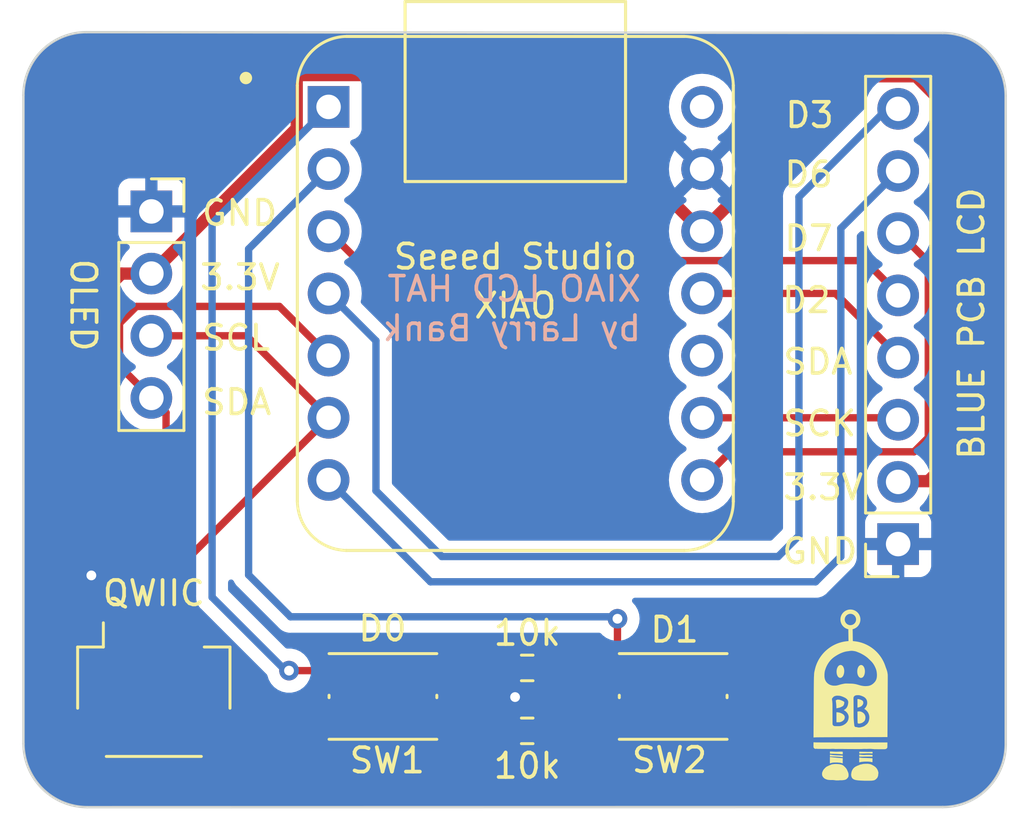
<source format=kicad_pcb>
(kicad_pcb (version 20221018) (generator pcbnew)
  (layers (0 "F.Cu" signal) (31 "B.Cu" signal) (34 "B.Paste" user) (35 "F.Paste" user) (36 "B.SilkS" user "B.Silkscreen") (37 "F.SilkS" user "F.Silkscreen") (38 "B.Mask" user) (39 "F.Mask" user) (44 "Edge.Cuts" user))
  (net 0 "")
  (net 1 "GND")
  (net 2 "+3.3V")
  (net 3 "SCL")
  (net 4 "SDA")
  (net 5 "Net-(J3-Pin_3)")
  (net 6 "Net-(J3-Pin_4)")
  (net 7 "Net-(J3-Pin_5)")
  (net 8 "Net-(J3-Pin_6)")
  (net 9 "Net-(J3-Pin_7)")
  (net 10 "Net-(J3-Pin_8)")
  (net 11 "Net-(R1-Pad1)")
  (net 12 "Net-(R2-Pad1)")
  (net 13 "BUTTON0")
  (net 14 "BUTTON1")
  (footprint "Connector_PinSocket_2.54mm:PinSocket_1x08_P2.54mm_Vertical" (layer "F.Cu") (at 151.95 101.49 180)
    (fp_text reference "J3" hide)
    (fp_text value "BLUE PCB LCD" (at -3 9.01 90) (layer "F.SilkS"))
    (pad "1" thru_hole rect (at 0 0 180) (size 1.7 1.7) (drill 1) (layers "*.Cu" "*.Mask") (net 1 "GND"))
    (pad "2" thru_hole oval (at 0 2.54 180) (size 1.7 1.7) (drill 1) (layers "*.Cu" "*.Mask") (net 2 "+3.3V"))
    (pad "3" thru_hole oval (at 0 5.08 180) (size 1.7 1.7) (drill 1) (layers "*.Cu" "*.Mask") (net 5 "Net-(J3-Pin_3)"))
    (pad "4" thru_hole oval (at 0 7.62 180) (size 1.7 1.7) (drill 1) (layers "*.Cu" "*.Mask") (net 6 "Net-(J3-Pin_4)"))
    (pad "5" thru_hole oval (at 0 10.16 180) (size 1.7 1.7) (drill 1) (layers "*.Cu" "*.Mask") (net 7 "Net-(J3-Pin_5)"))
    (pad "6" thru_hole oval (at 0 12.7 180) (size 1.7 1.7) (drill 1) (layers "*.Cu" "*.Mask") (net 8 "Net-(J3-Pin_6)"))
    (pad "7" thru_hole oval (at 0 15.24 180) (size 1.7 1.7) (drill 1) (layers "*.Cu" "*.Mask") (net 9 "Net-(J3-Pin_7)"))
    (pad "8" thru_hole oval (at 0 17.78 180) (size 1.7 1.7) (drill 1) (layers "*.Cu" "*.Mask") (net 10 "Net-(J3-Pin_8)"))
  )
  (footprint "Button_Switch_SMD:SW_Push_1P1T_NO_Vertical_Wuerth_434133025816" (layer "F.Cu") (at 142.765 107.715 180)
    (fp_text reference "SW2" (at 0.15 -2.6) (layer "F.SilkS"))
    (fp_text value "SW_Push" hide)
    (pad "1" smd rect (at -2.075 -1.075 180) (size 1.05 0.65) (layers "F.Cu" "F.Paste" "F.Mask") (net 12 "Net-(R2-Pad1)"))
    (pad "1" smd rect (at 2.075 -1.075 180) (size 1.05 0.65) (layers "F.Cu" "F.Paste" "F.Mask") (net 12 "Net-(R2-Pad1)"))
    (pad "2" smd rect (at -2.075 1.075 180) (size 1.05 0.65) (layers "F.Cu" "F.Paste" "F.Mask") (net 14 "BUTTON1"))
    (pad "2" smd rect (at 2.05 1.075 180) (size 1.05 0.65) (layers "F.Cu" "F.Paste" "F.Mask") (net 14 "BUTTON1"))
  )
  (footprint "Resistor_SMD:R_0603_1608Metric" (layer "F.Cu") (at 136.805 106.55 180)
    (fp_text reference "R2" hide)
    (fp_text value "10k" (at 0 1.43) (layer "F.SilkS"))
    (pad "1" smd roundrect (at -0.825 0 180) (size 0.8 0.95) (layers "F.Cu" "F.Paste" "F.Mask") (net 12 "Net-(R2-Pad1)"))
    (pad "2" smd roundrect (at 0.825 0 180) (size 0.8 0.95) (layers "F.Cu" "F.Paste" "F.Mask") (net 1 "GND"))
  )
  (footprint "Larry:XIAO-Generic-Thruhole-14P-2.54-21X17.8MM" (layer "F.Cu") (at 136.32 91.25)
    (fp_text reference "U1" hide)
    (fp_text value "SeeeduinoXIAO" hide)
    (fp_text user "XIAO" (at 0 0.5 unlocked) (layer "F.SilkS"))
    (fp_text user "Seeed Studio" (at 0 -1.5 unlocked) (layer "F.SilkS"))
    (pad "1" thru_hole rect (at -7.625 -7.62) (size 1.7 1.7) (drill 1) (layers "*.Cu" "*.Mask") (net 13 "BUTTON0"))
    (pad "2" thru_hole circle (at -7.625 -5.08) (size 1.7 1.7) (drill 1) (layers "*.Cu" "*.Mask") (net 14 "BUTTON1"))
    (pad "3" thru_hole circle (at -7.625 -2.54) (size 1.7 1.7) (drill 1) (layers "*.Cu" "*.Mask") (net 7 "Net-(J3-Pin_5)"))
    (pad "4" thru_hole circle (at -7.625 0) (size 1.7 1.7) (drill 1) (layers "*.Cu" "*.Mask") (net 10 "Net-(J3-Pin_8)"))
    (pad "5" thru_hole circle (at -7.625 2.54) (size 1.7 1.7) (drill 1) (layers "*.Cu" "*.Mask") (net 4 "SDA"))
    (pad "6" thru_hole circle (at -7.625 5.08 180) (size 1.7 1.7) (drill 1) (layers "*.Cu" "*.Mask") (net 3 "SCL"))
    (pad "7" thru_hole circle (at -7.625 7.62) (size 1.7 1.7) (drill 1) (layers "*.Cu" "*.Mask") (net 9 "Net-(J3-Pin_7)"))
    (pad "8" thru_hole circle (at 7.625 7.62) (size 1.7 1.7) (drill 1) (layers "*.Cu" "*.Mask") (net 8 "Net-(J3-Pin_6)"))
    (pad "9" thru_hole circle (at 7.625 5.08) (size 1.7 1.7) (drill 1) (layers "*.Cu" "*.Mask") (net 5 "Net-(J3-Pin_3)"))
    (pad "10" thru_hole circle (at 7.625 2.54) (size 1.7 1.7) (drill 1) (layers "*.Cu" "*.Mask"))
    (pad "11" thru_hole circle (at 7.625 0) (size 1.7 1.7) (drill 1) (layers "*.Cu" "*.Mask") (net 6 "Net-(J3-Pin_4)"))
    (pad "12" thru_hole circle (at 7.625 -2.54) (size 1.7 1.7) (drill 1) (layers "*.Cu" "*.Mask") (net 2 "+3.3V"))
    (pad "13" thru_hole circle (at 7.625 -5.08) (size 1.7 1.7) (drill 1) (layers "*.Cu" "*.Mask") (net 1 "GND"))
    (pad "14" thru_hole circle (at 7.625 -7.62) (size 1.7 1.7) (drill 1) (layers "*.Cu" "*.Mask"))
  )
  (footprint "LOGO" (layer "F.Cu") (at 150.01 107.66)
    (fp_text reference "G***" hide)
    (fp_text value "LOGO" hide)
  )
  (footprint "Connector_JST:JST_SH_SM04B-SRSS-TB_1x04-1MP_P1.00mm_Horizontal" (layer "F.Cu") (at 121.56 107.48)
    (fp_text reference "QWIIC" (at 0 -3.98) (layer "F.SilkS"))
    (fp_text value "QWIIC")
    (pad "1" smd roundrect (at -1.5 -2) (size 0.6 1.55) (layers "F.Cu" "F.Paste" "F.Mask") (net 1 "GND"))
    (pad "2" smd roundrect (at -0.5 -2) (size 0.6 1.55) (layers "F.Cu" "F.Paste" "F.Mask") (net 2 "+3.3V"))
    (pad "3" smd roundrect (at 0.5 -2) (size 0.6 1.55) (layers "F.Cu" "F.Paste" "F.Mask") (net 4 "SDA"))
    (pad "4" smd roundrect (at 1.5 -2) (size 0.6 1.55) (layers "F.Cu" "F.Paste" "F.Mask") (net 3 "SCL"))
    (pad "MP" smd roundrect (at -2.8 1.875) (size 1.2 1.8) (layers "F.Cu" "F.Paste" "F.Mask") (roundrect_rratio 0.2083333333))
    (pad "MP" smd roundrect (at 2.8 1.875) (size 1.2 1.8) (layers "F.Cu" "F.Paste" "F.Mask") (roundrect_rratio 0.2083333333))
  )
  (footprint "Resistor_SMD:R_0603_1608Metric" (layer "F.Cu") (at 136.805 109.12)
    (fp_text reference "R1" hide)
    (fp_text value "10k" (at 0 1.43) (layer "F.SilkS"))
    (pad "1" smd roundrect (at -0.825 0) (size 0.8 0.95) (layers "F.Cu" "F.Paste" "F.Mask") (net 11 "Net-(R1-Pad1)"))
    (pad "2" smd roundrect (at 0.825 0) (size 0.8 0.95) (layers "F.Cu" "F.Paste" "F.Mask") (net 1 "GND"))
  )
  (footprint "Connector_PinSocket_2.54mm:PinSocket_1x04_P2.54mm_Vertical" (layer "F.Cu") (at 121.46 87.9)
    (fp_text reference "J1" hide)
    (fp_text value "OLED" (at -2.78 3.83 270 unlocked) (layer "F.SilkS"))
    (pad "1" thru_hole rect (at 0 0) (size 1.7 1.7) (drill 1) (layers "*.Cu" "*.Mask") (net 1 "GND"))
    (pad "2" thru_hole oval (at 0 2.54) (size 1.7 1.7) (drill 1) (layers "*.Cu" "*.Mask") (net 2 "+3.3V"))
    (pad "3" thru_hole oval (at 0 5.08) (size 1.7 1.7) (drill 1) (layers "*.Cu" "*.Mask") (net 3 "SCL"))
    (pad "4" thru_hole oval (at 0 7.62) (size 1.7 1.7) (drill 1) (layers "*.Cu" "*.Mask") (net 4 "SDA"))
  )
  (footprint "Button_Switch_SMD:SW_Push_1P1T_NO_Vertical_Wuerth_434133025816" (layer "F.Cu") (at 130.915 107.715)
    (fp_text reference "SW1" (at 0.175 2.615) (layer "F.SilkS"))
    (fp_text value "SW_Push" hide)
    (pad "1" smd rect (at -2.075 -1.075) (size 1.05 0.65) (layers "F.Cu" "F.Paste" "F.Mask") (net 13 "BUTTON0"))
    (pad "1" smd rect (at 2.075 -1.075) (size 1.05 0.65) (layers "F.Cu" "F.Paste" "F.Mask") (net 13 "BUTTON0"))
    (pad "2" smd rect (at -2.075 1.075) (size 1.05 0.65) (layers "F.Cu" "F.Paste" "F.Mask") (net 11 "Net-(R1-Pad1)"))
    (pad "2" smd rect (at 2.05 1.075) (size 1.05 0.65) (layers "F.Cu" "F.Paste" "F.Mask") (net 11 "Net-(R1-Pad1)"))
  )
  (gr_line (start 118.848517 112.237416) (end 153.772736 112.232736) (stroke (width 0.1)) (layer "Edge.Cuts"))
  (gr_arc (start 116.237264 83.147264) (mid 116.99 81.33) (end 118.807264 80.577264) (stroke (width 0.1)) (layer "Edge.Cuts"))
  (gr_arc (start 156.342736 109.662736) (mid 155.59 111.48) (end 153.772736 112.232736) (stroke (width 0.1)) (layer "Edge.Cuts"))
  (gr_line (start 156.34 83.18) (end 156.342736 109.662736) (stroke (width 0.1)) (layer "Edge.Cuts"))
  (gr_arc (start 118.848517 112.237416) (mid 117.01 111.48) (end 116.238518 109.64734) (stroke (width 0.1)) (layer "Edge.Cuts"))
  (gr_line (start 116.237264 83.147264) (end 116.238518 109.64734) (stroke (width 0.1)) (layer "Edge.Cuts"))
  (gr_line (start 118.807264 80.577264) (end 153.77 80.61) (stroke (width 0.1)) (layer "Edge.Cuts"))
  (gr_arc (start 153.77 80.61) (mid 155.587264 81.362736) (end 156.34 83.18) (stroke (width 0.1)) (layer "Edge.Cuts"))
  (gr_text "XIAO LCD HAT\nby Larry Bank\n" (at 141.54 93.26) (layer "B.SilkS") (effects (font (size 1 1)) (justify left bottom mirror)))
  (gr_text "SCL" (at 123.44 93.65) (layer "F.SilkS") (effects (font (size 1 1)) (justify left bottom)))
  (gr_text "D7" (at 147.22 89.59) (layer "F.SilkS") (effects (font (size 1 1)) (justify left bottom)))
  (gr_text "SDA" (at 123.44 96.28) (layer "F.SilkS") (effects (font (size 1 1)) (justify left bottom)))
  (gr_text "D3" (at 147.26 84.55) (layer "F.SilkS") (effects (font (size 1 1)) (justify left bottom)))
  (gr_text "3.3V" (at 123.36 91.18) (layer "F.SilkS") (effects (font (size 1 1)) (justify left bottom)))
  (gr_text "D0" (at 130.9 104.94) (layer "F.SilkS") (effects (font (size 1 1))))
  (gr_text "3.3V" (at 147.17 99.76) (layer "F.SilkS") (effects (font (size 1 1)) (justify left bottom)))
  (gr_text "D2" (at 147.13 92.11) (layer "F.SilkS") (effects (font (size 1 1)) (justify left bottom)))
  (gr_text "D1" (at 142.82 104.99) (layer "F.SilkS") (effects (font (size 1 1))))
  (gr_text "GND" (at 123.44 88.55) (layer "F.SilkS") (effects (font (size 1 1)) (justify left bottom)))
  (gr_text "SCK" (at 147.17 97.15) (layer "F.SilkS") (effects (font (size 1 1)) (justify left bottom)))
  (gr_text "D6" (at 147.22 86.98) (layer "F.SilkS") (effects (font (size 1 1)) (justify left bottom)))
  (gr_text "SDA" (at 147.17 94.63) (layer "F.SilkS") (effects (font (size 1 1)) (justify left bottom)))
  (gr_text "GND" (at 147.13 102.37) (layer "F.SilkS") (effects (font (size 1 1)) (justify left bottom)))
  (segment (start 136.58 107.47) (end 136.31 107.74) (width 0.3) (layer "F.Cu") (net 1))
  (segment (start 137.63 108.2) (end 136.9 107.47) (width 0.3) (layer "F.Cu") (net 1))
  (segment (start 136.9 107.47) (end 136.58 107.47) (width 0.3) (layer "F.Cu") (net 1))
  (segment (start 120.06 103.82) (end 119.01 102.77) (width 0.5) (layer "F.Cu") (net 1))
  (segment (start 120.06 105.48) (end 120.06 103.82) (width 0.5) (layer "F.Cu") (net 1))
  (segment (start 137.63 109.12) (end 137.63 108.2) (width 0.3) (layer "F.Cu") (net 1))
  (segment (start 136.9 107.47) (end 135.98 106.55) (width 0.3) (layer "F.Cu") (net 1))
  (via (at 119.01 102.77) (size 0.8) (drill 0.4) (layers "F.Cu" "B.Cu") (net 1))
  (via (at 136.31 107.74) (size 0.8) (drill 0.4) (layers "F.Cu" "B.Cu") (net 1))
  (segment (start 127.395 82.33) (end 137.565 82.33) (width 0.5) (layer "F.Cu") (net 2))
  (segment (start 121.46 90.44) (end 127.395 84.505) (width 0.5) (layer "F.Cu") (net 2))
  (segment (start 121.06 105.48) (end 121.06 102.45) (width 0.5) (layer "F.Cu") (net 2))
  (segment (start 137.565 82.33) (end 143.945 88.71) (width 0.5) (layer "F.Cu") (net 2))
  (segment (start 121.06 102.45) (end 118.21 99.6) (width 0.5) (layer "F.Cu") (net 2))
  (segment (start 118.21 99.6) (end 118.21 92.47) (width 0.5) (layer "F.Cu") (net 2))
  (segment (start 127.395 84.505) (end 127.395 82.33) (width 0.5) (layer "F.Cu") (net 2))
  (segment (start 143.945 88.71) (end 150.275 82.38) (width 0.5) (layer "F.Cu") (net 2))
  (segment (start 150.275 82.38) (end 152.680239 82.38) (width 0.5) (layer "F.Cu") (net 2))
  (segment (start 153.182081 98.92) (end 151.98 98.92) (width 0.5) (layer "F.Cu") (net 2))
  (segment (start 118.21 92.47) (end 120.24 90.44) (width 0.5) (layer "F.Cu") (net 2))
  (segment (start 153.84 98.262081) (end 153.182081 98.92) (width 0.5) (layer "F.Cu") (net 2))
  (segment (start 120.24 90.44) (end 121.46 90.44) (width 0.5) (layer "F.Cu") (net 2))
  (segment (start 152.680239 82.38) (end 153.84 83.539761) (width 0.5) (layer "F.Cu") (net 2))
  (segment (start 153.84 83.539761) (end 153.84 98.262081) (width 0.5) (layer "F.Cu") (net 2))
  (segment (start 123.06 101.965) (end 123.06 105.48) (width 0.3) (layer "F.Cu") (net 3))
  (segment (start 125.345 92.98) (end 128.695 96.33) (width 0.3) (layer "F.Cu") (net 3))
  (segment (start 121.46 92.98) (end 125.345 92.98) (width 0.3) (layer "F.Cu") (net 3))
  (segment (start 128.695 96.33) (end 123.06 101.965) (width 0.3) (layer "F.Cu") (net 3))
  (segment (start 128.695 93.79) (end 126.685 91.78) (width 0.3) (layer "F.Cu") (net 4))
  (segment (start 120.85 91.78) (end 120.16 92.47) (width 0.3) (layer "F.Cu") (net 4))
  (segment (start 122.06 96.12) (end 121.46 95.52) (width 0.3) (layer "F.Cu") (net 4))
  (segment (start 122.06 105.48) (end 122.06 96.12) (width 0.3) (layer "F.Cu") (net 4))
  (segment (start 120.16 94.22) (end 121.46 95.52) (width 0.3) (layer "F.Cu") (net 4))
  (segment (start 126.685 91.78) (end 120.85 91.78) (width 0.3) (layer "F.Cu") (net 4))
  (segment (start 120.16 92.47) (end 120.16 94.22) (width 0.3) (layer "F.Cu") (net 4))
  (segment (start 151.93 96.33) (end 151.98 96.38) (width 0.3) (layer "F.Cu") (net 5))
  (segment (start 143.945 96.33) (end 151.93 96.33) (width 0.3) (layer "F.Cu") (net 5))
  (segment (start 143.945 91.25) (end 149.39 91.25) (width 0.3) (layer "F.Cu") (net 6))
  (segment (start 149.39 91.25) (end 151.98 93.84) (width 0.3) (layer "F.Cu") (net 6))
  (segment (start 129.895 89.91) (end 128.695 88.71) (width 0.3) (layer "F.Cu") (net 7))
  (segment (start 150.59 89.91) (end 129.895 89.91) (width 0.3) (layer "F.Cu") (net 7))
  (segment (start 151.98 91.3) (end 150.59 89.91) (width 0.3) (layer "F.Cu") (net 7))
  (segment (start 153.18 97.14) (end 153.18 89.96) (width 0.3) (layer "F.Cu") (net 8))
  (segment (start 153.18 89.96) (end 151.98 88.76) (width 0.3) (layer "F.Cu") (net 8))
  (segment (start 145.095 97.72) (end 152.6 97.72) (width 0.3) (layer "F.Cu") (net 8))
  (segment (start 152.6 97.72) (end 153.18 97.14) (width 0.3) (layer "F.Cu") (net 8))
  (segment (start 143.945 98.87) (end 145.095 97.72) (width 0.3) (layer "F.Cu") (net 8))
  (segment (start 128.695 98.87) (end 132.855 103.03) (width 0.3) (layer "B.Cu") (net 9))
  (segment (start 149.61 102) (end 149.61 88.59) (width 0.3) (layer "B.Cu") (net 9))
  (segment (start 148.58 103.03) (end 149.61 102) (width 0.3) (layer "B.Cu") (net 9))
  (segment (start 132.855 103.03) (end 148.58 103.03) (width 0.3) (layer "B.Cu") (net 9))
  (segment (start 149.61 88.59) (end 151.98 86.22) (width 0.3) (layer "B.Cu") (net 9))
  (segment (start 133.32 102) (end 147.05 102) (width 0.3) (layer "B.Cu") (net 10))
  (segment (start 147.9 87.31) (end 151.53 83.68) (width 0.3) (layer "B.Cu") (net 10))
  (segment (start 130.63 93.185) (end 130.63 99.31) (width 0.3) (layer "B.Cu") (net 10))
  (segment (start 147.05 102) (end 147.9 101.15) (width 0.3) (layer "B.Cu") (net 10))
  (segment (start 151.53 83.68) (end 151.98 83.68) (width 0.3) (layer "B.Cu") (net 10))
  (segment (start 128.695 91.25) (end 130.63 93.185) (width 0.3) (layer "B.Cu") (net 10))
  (segment (start 130.63 99.31) (end 133.32 102) (width 0.3) (layer "B.Cu") (net 10))
  (segment (start 147.9 101.15) (end 147.9 87.31) (width 0.3) (layer "B.Cu") (net 10))
  (segment (start 135.65 108.79) (end 135.98 109.12) (width 0.3) (layer "F.Cu") (net 11))
  (segment (start 128.84 108.79) (end 132.965 108.79) (width 0.3) (layer "F.Cu") (net 11))
  (segment (start 132.965 108.79) (end 135.65 108.79) (width 0.3) (layer "F.Cu") (net 11))
  (segment (start 140.69 108.79) (end 144.815 108.79) (width 0.3) (layer "F.Cu") (net 12))
  (segment (start 139.87 108.79) (end 140.69 108.79) (width 0.3) (layer "F.Cu") (net 12))
  (segment (start 137.63 106.55) (end 139.87 108.79) (width 0.3) (layer "F.Cu") (net 12))
  (segment (start 127.08 106.66) (end 128.82 106.66) (width 0.3) (layer "F.Cu") (net 13))
  (segment (start 128.84 106.64) (end 132.99 106.64) (width 0.3) (layer "F.Cu") (net 13))
  (segment (start 128.82 106.66) (end 128.84 106.64) (width 0.3) (layer "F.Cu") (net 13))
  (via (at 127.08 106.66) (size 0.8) (drill 0.4) (layers "F.Cu" "B.Cu") (net 13))
  (segment (start 123.94 103.66) (end 126.94 106.66) (width 0.3) (layer "B.Cu") (net 13))
  (segment (start 126.94 106.66) (end 127.08 106.66) (width 0.3) (layer "B.Cu") (net 13))
  (segment (start 123.94 88.385) (end 123.94 103.66) (width 0.3) (layer "B.Cu") (net 13))
  (segment (start 128.695 83.63) (end 123.94 88.385) (width 0.3) (layer "B.Cu") (net 13))
  (segment (start 140.69 106.64) (end 144.84 106.64) (width 0.3) (layer "F.Cu") (net 14))
  (segment (start 140.49 106.415) (end 140.715 106.64) (width 0.3) (layer "F.Cu") (net 14))
  (segment (start 140.49 104.54) (end 140.49 106.415) (width 0.3) (layer "F.Cu") (net 14))
  (via (at 140.49 104.54) (size 0.8) (drill 0.4) (layers "F.Cu" "B.Cu") (net 14))
  (segment (start 127.14 104.46) (end 140.41 104.46) (width 0.3) (layer "B.Cu") (net 14))
  (segment (start 125.43 102.75) (end 127.14 104.46) (width 0.3) (layer "B.Cu") (net 14))
  (segment (start 128.695 86.17) (end 125.43 89.435) (width 0.3) (layer "B.Cu") (net 14))
  (segment (start 125.43 89.435) (end 125.43 102.75) (width 0.3) (layer "B.Cu") (net 14))
  (segment (start 140.41 104.46) (end 140.49 104.54) (width 0.3) (layer "B.Cu") (net 14))
  (zone (net 1) (net_name "GND") (layer "B.Cu") (connect_pads (clearance 0.5)) (min_thickness 0.25) (fill yes (thermal_gap 0.5) (thermal_bridge_width 0.5))
    (polygon (pts (xy 115.28 80.05) (xy 157.1 80.13) (xy 157.03 112.93) (xy 115.36 112.93)))
  )
)
</source>
